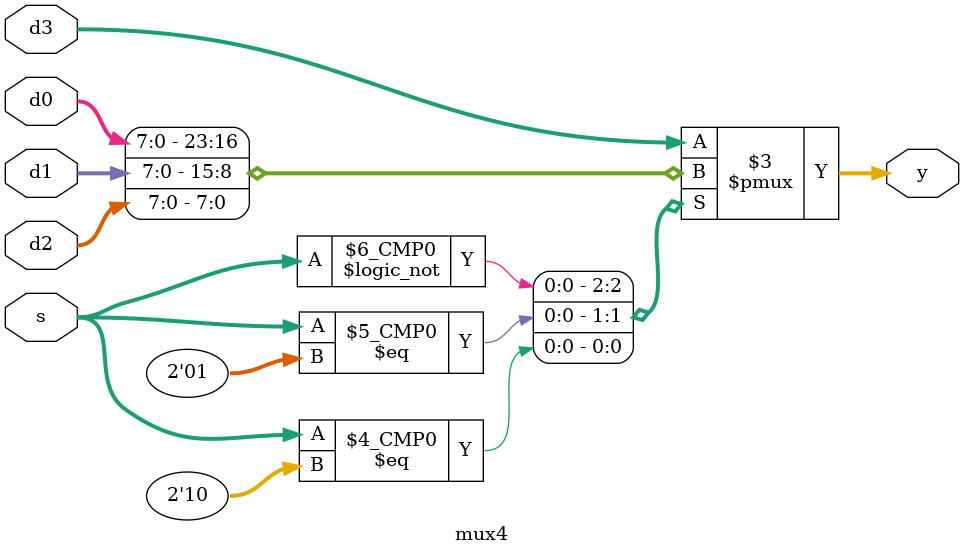
<source format=sv>
module mux4
	#(parameter width = 8)
	(input logic [width-1:0] d0, d1, d2, d3,
	 input logic [1:0] s,
	 output logic [width-1:0] y);

always_comb 
	begin
		case(s)
			2'b00 : y = d0;
			2'b01 : y = d1;
			2'b10 : y = d2;
			default : y = d3;
		endcase
	end
endmodule


</source>
